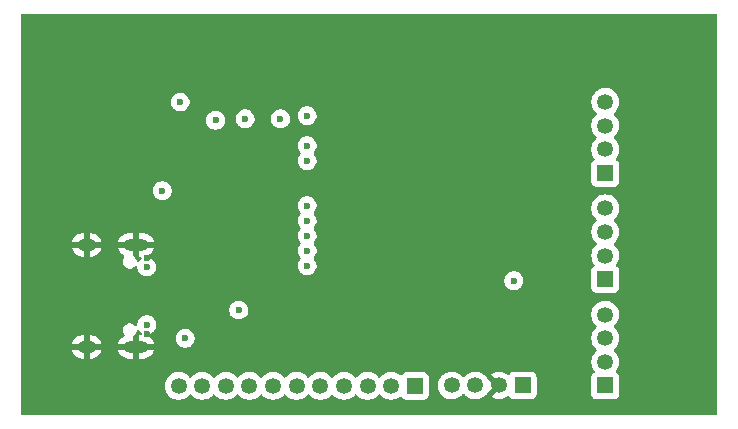
<source format=gbr>
%TF.GenerationSoftware,KiCad,Pcbnew,9.0.1*%
%TF.CreationDate,2025-07-10T19:48:23+10:00*%
%TF.ProjectId,esp-32-s3-wroom-1,6573702d-3332-42d7-9333-2d77726f6f6d,rev?*%
%TF.SameCoordinates,Original*%
%TF.FileFunction,Copper,L2,Inr*%
%TF.FilePolarity,Positive*%
%FSLAX46Y46*%
G04 Gerber Fmt 4.6, Leading zero omitted, Abs format (unit mm)*
G04 Created by KiCad (PCBNEW 9.0.1) date 2025-07-10 19:48:23*
%MOMM*%
%LPD*%
G01*
G04 APERTURE LIST*
%TA.AperFunction,HeatsinkPad*%
%ADD10O,1.600000X1.000000*%
%TD*%
%TA.AperFunction,HeatsinkPad*%
%ADD11O,2.100000X1.000000*%
%TD*%
%TA.AperFunction,HeatsinkPad*%
%ADD12C,0.600000*%
%TD*%
%TA.AperFunction,ComponentPad*%
%ADD13R,1.350000X1.350000*%
%TD*%
%TA.AperFunction,ComponentPad*%
%ADD14C,1.350000*%
%TD*%
%TA.AperFunction,ViaPad*%
%ADD15C,0.600000*%
%TD*%
G04 APERTURE END LIST*
D10*
%TO.N,GND*%
%TO.C,J1*%
X106082857Y-94236371D03*
D11*
X110262857Y-94236371D03*
D10*
X106082857Y-85596371D03*
D11*
X110262857Y-85596371D03*
%TD*%
D12*
%TO.N,GND*%
%TO.C,U1*%
X133400000Y-81810000D03*
X133400000Y-80410000D03*
X132700000Y-82510000D03*
X132700000Y-81110000D03*
X132700000Y-79710000D03*
X132000000Y-81810000D03*
X132000000Y-80410000D03*
X131300000Y-82510000D03*
X131300000Y-81110000D03*
X131300000Y-79710000D03*
X130600000Y-81810000D03*
X130600000Y-80410000D03*
%TD*%
D13*
%TO.N,+3.3V*%
%TO.C,J2*%
X143000000Y-97500000D03*
D14*
%TO.N,GND*%
X141000000Y-97500000D03*
%TO.N,/SCL*%
X139000000Y-97500000D03*
%TO.N,/SDA*%
X137000000Y-97500000D03*
%TD*%
D13*
%TO.N,/IO14*%
%TO.C,J7*%
X133870000Y-97540000D03*
D14*
%TO.N,/IO13*%
X131870000Y-97540000D03*
%TO.N,/IO12*%
X129870000Y-97540000D03*
%TO.N,/IO11*%
X127870000Y-97540000D03*
%TO.N,/IO10*%
X125870000Y-97540000D03*
%TO.N,/IO9*%
X123870000Y-97540000D03*
%TO.N,/IO46*%
X121870000Y-97540000D03*
%TO.N,/IO3*%
X119870000Y-97540000D03*
%TO.N,/IO8*%
X117870000Y-97540000D03*
%TO.N,/IO16*%
X115870000Y-97540000D03*
%TO.N,/IO15*%
X113870000Y-97540000D03*
%TD*%
D13*
%TO.N,/IO48*%
%TO.C,J3*%
X150000000Y-97500000D03*
D14*
%TO.N,/IO45*%
X150000000Y-95500000D03*
%TO.N,/IO35*%
X150000000Y-93500000D03*
%TO.N,/IO36*%
X150000000Y-91500000D03*
%TD*%
D13*
%TO.N,/IO37*%
%TO.C,J4*%
X150000000Y-88500000D03*
D14*
%TO.N,/IO38*%
X150000000Y-86500000D03*
%TO.N,/IO39*%
X150000000Y-84500000D03*
%TO.N,/IO40*%
X150000000Y-82500000D03*
%TD*%
D13*
%TO.N,/IO41*%
%TO.C,J5*%
X150000000Y-79500000D03*
D14*
%TO.N,/IO42*%
X150000000Y-77500000D03*
%TO.N,/IO5*%
X150000000Y-75500000D03*
%TO.N,/IO4*%
X150000000Y-73500000D03*
%TD*%
D15*
%TO.N,GND*%
X118537500Y-78000000D03*
X119660000Y-87620000D03*
X146500000Y-96575000D03*
%TO.N,/SCL*%
X124750000Y-84820000D03*
%TO.N,/SDA*%
X124750000Y-86090000D03*
%TO.N,+3.3V*%
X112500000Y-81000000D03*
%TO.N,GND*%
X116500000Y-93500000D03*
%TO.N,/VBUS*%
X118963976Y-91111906D03*
%TO.N,GND*%
X116637500Y-91000000D03*
%TO.N,/VBUS*%
X114425000Y-93500000D03*
%TO.N,GND*%
X111177857Y-93166371D03*
%TO.N,/VBUS*%
X111177857Y-92366371D03*
%TO.N,GND*%
X111177857Y-86666371D03*
%TO.N,/VBUS*%
X111177857Y-87466371D03*
%TO.N,GND*%
X122500000Y-72850500D03*
X119500000Y-72850500D03*
X117000000Y-72962500D03*
%TO.N,/IO35*%
X142250000Y-88630000D03*
%TO.N,/IO5*%
X124750000Y-78470000D03*
%TO.N,/IO4*%
X124750000Y-77200000D03*
%TO.N,/IO8*%
X124750000Y-87360000D03*
%TO.N,/IO15*%
X124750000Y-82280000D03*
%TO.N,/IO16*%
X124750000Y-83550000D03*
%TO.N,GND*%
X142250000Y-73390000D03*
X122500000Y-83037500D03*
X116500000Y-86000000D03*
X116500000Y-83037500D03*
X119500000Y-85075000D03*
X124750000Y-73390000D03*
%TO.N,+3.3V*%
X124750000Y-74660000D03*
X122500000Y-74925500D03*
X119500000Y-74925500D03*
X117000000Y-75037500D03*
%TO.N,GND*%
X114000000Y-75800000D03*
X108200000Y-76300000D03*
X107200000Y-76300000D03*
X108200000Y-75300000D03*
X107200000Y-75300000D03*
%TO.N,+3.3V*%
X114000000Y-73500000D03*
%TD*%
%TA.AperFunction,Conductor*%
%TO.N,GND*%
G36*
X110478061Y-92796068D02*
G01*
X110531939Y-92840553D01*
X110532351Y-92841166D01*
X110556067Y-92876659D01*
X110556070Y-92876663D01*
X110667564Y-92988157D01*
X110667568Y-92988160D01*
X110699159Y-93009269D01*
X110743964Y-93062882D01*
X110752671Y-93132207D01*
X110722516Y-93195234D01*
X110663073Y-93231953D01*
X110630268Y-93236371D01*
X110512857Y-93236371D01*
X110512857Y-93936371D01*
X110012857Y-93936371D01*
X110012857Y-93380834D01*
X110032542Y-93313795D01*
X110074857Y-93273447D01*
X110086222Y-93266886D01*
X110193372Y-93159736D01*
X110269138Y-93028506D01*
X110308357Y-92882137D01*
X110308357Y-92882132D01*
X110309474Y-92877964D01*
X110345838Y-92818304D01*
X110408685Y-92787774D01*
X110478061Y-92796068D01*
G37*
%TD.AperFunction*%
%TA.AperFunction,Conductor*%
G36*
X110512857Y-86596371D02*
G01*
X110630268Y-86596371D01*
X110697307Y-86616056D01*
X110743062Y-86668860D01*
X110753006Y-86738018D01*
X110723981Y-86801574D01*
X110699159Y-86823473D01*
X110667568Y-86844581D01*
X110667564Y-86844584D01*
X110556070Y-86956078D01*
X110556065Y-86956085D01*
X110532350Y-86991576D01*
X110478737Y-87036381D01*
X110409412Y-87045087D01*
X110346385Y-87014931D01*
X110309667Y-86955488D01*
X110309474Y-86954777D01*
X110308357Y-86950608D01*
X110308357Y-86950605D01*
X110269138Y-86804236D01*
X110193372Y-86673006D01*
X110086222Y-86565856D01*
X110074855Y-86559293D01*
X110026640Y-86508725D01*
X110012857Y-86451907D01*
X110012857Y-85896371D01*
X110512857Y-85896371D01*
X110512857Y-86596371D01*
G37*
%TD.AperFunction*%
%TA.AperFunction,Conductor*%
G36*
X159432539Y-66040185D02*
G01*
X159478294Y-66092989D01*
X159489500Y-66144500D01*
X159489500Y-99895500D01*
X159469815Y-99962539D01*
X159417011Y-100008294D01*
X159365500Y-100019500D01*
X100664500Y-100019500D01*
X100597461Y-99999815D01*
X100551706Y-99947011D01*
X100540500Y-99895500D01*
X100540500Y-97447486D01*
X112694500Y-97447486D01*
X112694500Y-97632514D01*
X112708374Y-97720110D01*
X112723445Y-97815265D01*
X112780619Y-97991232D01*
X112780620Y-97991235D01*
X112844241Y-98116096D01*
X112864622Y-98156096D01*
X112973379Y-98305787D01*
X113104213Y-98436621D01*
X113253904Y-98545378D01*
X113307224Y-98572546D01*
X113418764Y-98629379D01*
X113418767Y-98629380D01*
X113506750Y-98657967D01*
X113594736Y-98686555D01*
X113777486Y-98715500D01*
X113777487Y-98715500D01*
X113962513Y-98715500D01*
X113962514Y-98715500D01*
X114145264Y-98686555D01*
X114321235Y-98629379D01*
X114486096Y-98545378D01*
X114635787Y-98436621D01*
X114766621Y-98305787D01*
X114769680Y-98301576D01*
X114825006Y-98258909D01*
X114894619Y-98252926D01*
X114956415Y-98285529D01*
X114970315Y-98301570D01*
X114973379Y-98305787D01*
X115104213Y-98436621D01*
X115253904Y-98545378D01*
X115307224Y-98572546D01*
X115418764Y-98629379D01*
X115418767Y-98629380D01*
X115506750Y-98657967D01*
X115594736Y-98686555D01*
X115777486Y-98715500D01*
X115777487Y-98715500D01*
X115962513Y-98715500D01*
X115962514Y-98715500D01*
X116145264Y-98686555D01*
X116321235Y-98629379D01*
X116486096Y-98545378D01*
X116635787Y-98436621D01*
X116766621Y-98305787D01*
X116769680Y-98301576D01*
X116825006Y-98258909D01*
X116894619Y-98252926D01*
X116956415Y-98285529D01*
X116970315Y-98301570D01*
X116973379Y-98305787D01*
X117104213Y-98436621D01*
X117253904Y-98545378D01*
X117307224Y-98572546D01*
X117418764Y-98629379D01*
X117418767Y-98629380D01*
X117506750Y-98657967D01*
X117594736Y-98686555D01*
X117777486Y-98715500D01*
X117777487Y-98715500D01*
X117962513Y-98715500D01*
X117962514Y-98715500D01*
X118145264Y-98686555D01*
X118321235Y-98629379D01*
X118486096Y-98545378D01*
X118635787Y-98436621D01*
X118766621Y-98305787D01*
X118769680Y-98301576D01*
X118825006Y-98258909D01*
X118894619Y-98252926D01*
X118956415Y-98285529D01*
X118970315Y-98301570D01*
X118973379Y-98305787D01*
X119104213Y-98436621D01*
X119253904Y-98545378D01*
X119307224Y-98572546D01*
X119418764Y-98629379D01*
X119418767Y-98629380D01*
X119506750Y-98657967D01*
X119594736Y-98686555D01*
X119777486Y-98715500D01*
X119777487Y-98715500D01*
X119962513Y-98715500D01*
X119962514Y-98715500D01*
X120145264Y-98686555D01*
X120321235Y-98629379D01*
X120486096Y-98545378D01*
X120635787Y-98436621D01*
X120766621Y-98305787D01*
X120769680Y-98301576D01*
X120825006Y-98258909D01*
X120894619Y-98252926D01*
X120956415Y-98285529D01*
X120970315Y-98301570D01*
X120973379Y-98305787D01*
X121104213Y-98436621D01*
X121253904Y-98545378D01*
X121307224Y-98572546D01*
X121418764Y-98629379D01*
X121418767Y-98629380D01*
X121506750Y-98657967D01*
X121594736Y-98686555D01*
X121777486Y-98715500D01*
X121777487Y-98715500D01*
X121962513Y-98715500D01*
X121962514Y-98715500D01*
X122145264Y-98686555D01*
X122321235Y-98629379D01*
X122486096Y-98545378D01*
X122635787Y-98436621D01*
X122766621Y-98305787D01*
X122769680Y-98301576D01*
X122825006Y-98258909D01*
X122894619Y-98252926D01*
X122956415Y-98285529D01*
X122970315Y-98301570D01*
X122973379Y-98305787D01*
X123104213Y-98436621D01*
X123253904Y-98545378D01*
X123307224Y-98572546D01*
X123418764Y-98629379D01*
X123418767Y-98629380D01*
X123506750Y-98657967D01*
X123594736Y-98686555D01*
X123777486Y-98715500D01*
X123777487Y-98715500D01*
X123962513Y-98715500D01*
X123962514Y-98715500D01*
X124145264Y-98686555D01*
X124321235Y-98629379D01*
X124486096Y-98545378D01*
X124635787Y-98436621D01*
X124766621Y-98305787D01*
X124769680Y-98301576D01*
X124825006Y-98258909D01*
X124894619Y-98252926D01*
X124956415Y-98285529D01*
X124970315Y-98301570D01*
X124973379Y-98305787D01*
X125104213Y-98436621D01*
X125253904Y-98545378D01*
X125307224Y-98572546D01*
X125418764Y-98629379D01*
X125418767Y-98629380D01*
X125506750Y-98657967D01*
X125594736Y-98686555D01*
X125777486Y-98715500D01*
X125777487Y-98715500D01*
X125962513Y-98715500D01*
X125962514Y-98715500D01*
X126145264Y-98686555D01*
X126321235Y-98629379D01*
X126486096Y-98545378D01*
X126635787Y-98436621D01*
X126766621Y-98305787D01*
X126769680Y-98301576D01*
X126825006Y-98258909D01*
X126894619Y-98252926D01*
X126956415Y-98285529D01*
X126970315Y-98301570D01*
X126973379Y-98305787D01*
X127104213Y-98436621D01*
X127253904Y-98545378D01*
X127307224Y-98572546D01*
X127418764Y-98629379D01*
X127418767Y-98629380D01*
X127506750Y-98657967D01*
X127594736Y-98686555D01*
X127777486Y-98715500D01*
X127777487Y-98715500D01*
X127962513Y-98715500D01*
X127962514Y-98715500D01*
X128145264Y-98686555D01*
X128321235Y-98629379D01*
X128486096Y-98545378D01*
X128635787Y-98436621D01*
X128766621Y-98305787D01*
X128769680Y-98301576D01*
X128825006Y-98258909D01*
X128894619Y-98252926D01*
X128956415Y-98285529D01*
X128970315Y-98301570D01*
X128973379Y-98305787D01*
X129104213Y-98436621D01*
X129253904Y-98545378D01*
X129307224Y-98572546D01*
X129418764Y-98629379D01*
X129418767Y-98629380D01*
X129506750Y-98657967D01*
X129594736Y-98686555D01*
X129777486Y-98715500D01*
X129777487Y-98715500D01*
X129962513Y-98715500D01*
X129962514Y-98715500D01*
X130145264Y-98686555D01*
X130321235Y-98629379D01*
X130486096Y-98545378D01*
X130635787Y-98436621D01*
X130766621Y-98305787D01*
X130769680Y-98301576D01*
X130825006Y-98258909D01*
X130894619Y-98252926D01*
X130956415Y-98285529D01*
X130970315Y-98301570D01*
X130973379Y-98305787D01*
X131104213Y-98436621D01*
X131253904Y-98545378D01*
X131307224Y-98572546D01*
X131418764Y-98629379D01*
X131418767Y-98629380D01*
X131506750Y-98657967D01*
X131594736Y-98686555D01*
X131777486Y-98715500D01*
X131777487Y-98715500D01*
X131962513Y-98715500D01*
X131962514Y-98715500D01*
X132145264Y-98686555D01*
X132321235Y-98629379D01*
X132486096Y-98545378D01*
X132601608Y-98461453D01*
X132667412Y-98437974D01*
X132735466Y-98453799D01*
X132773758Y-98487460D01*
X132837455Y-98572547D01*
X132952664Y-98658793D01*
X132952671Y-98658797D01*
X133087517Y-98709091D01*
X133087516Y-98709091D01*
X133094444Y-98709835D01*
X133147127Y-98715500D01*
X134592872Y-98715499D01*
X134652483Y-98709091D01*
X134787331Y-98658796D01*
X134902546Y-98572546D01*
X134988796Y-98457331D01*
X135039091Y-98322483D01*
X135045500Y-98262873D01*
X135045499Y-97407486D01*
X135824500Y-97407486D01*
X135824500Y-97592514D01*
X135833671Y-97650418D01*
X135853445Y-97775265D01*
X135910619Y-97951232D01*
X135910620Y-97951235D01*
X135994622Y-98116096D01*
X136103379Y-98265787D01*
X136234213Y-98396621D01*
X136383904Y-98505378D01*
X136437224Y-98532546D01*
X136548764Y-98589379D01*
X136548767Y-98589380D01*
X136636750Y-98617967D01*
X136724736Y-98646555D01*
X136907486Y-98675500D01*
X136907487Y-98675500D01*
X137092513Y-98675500D01*
X137092514Y-98675500D01*
X137275264Y-98646555D01*
X137451235Y-98589379D01*
X137616096Y-98505378D01*
X137765787Y-98396621D01*
X137896621Y-98265787D01*
X137899680Y-98261576D01*
X137955006Y-98218909D01*
X138024619Y-98212926D01*
X138086415Y-98245529D01*
X138100315Y-98261570D01*
X138103379Y-98265787D01*
X138234213Y-98396621D01*
X138383904Y-98505378D01*
X138437224Y-98532546D01*
X138548764Y-98589379D01*
X138548767Y-98589380D01*
X138636750Y-98617967D01*
X138724736Y-98646555D01*
X138907486Y-98675500D01*
X138907487Y-98675500D01*
X139092513Y-98675500D01*
X139092514Y-98675500D01*
X139275264Y-98646555D01*
X139451235Y-98589379D01*
X139616096Y-98505378D01*
X139765787Y-98396621D01*
X139896621Y-98265787D01*
X139950836Y-98191166D01*
X139970257Y-98176189D01*
X140600000Y-97546446D01*
X140600000Y-97552661D01*
X140627259Y-97654394D01*
X140679920Y-97745606D01*
X140754394Y-97820080D01*
X140845606Y-97872741D01*
X140947339Y-97900000D01*
X140953552Y-97900000D01*
X140363568Y-98489983D01*
X140363568Y-98489984D01*
X140384165Y-98504949D01*
X140548956Y-98588915D01*
X140548959Y-98588916D01*
X140724852Y-98646066D01*
X140907527Y-98675000D01*
X141092473Y-98675000D01*
X141275147Y-98646066D01*
X141451040Y-98588916D01*
X141451043Y-98588915D01*
X141615838Y-98504947D01*
X141731306Y-98421054D01*
X141797112Y-98397573D01*
X141865166Y-98413398D01*
X141903458Y-98447059D01*
X141967455Y-98532547D01*
X142082664Y-98618793D01*
X142082671Y-98618797D01*
X142217517Y-98669091D01*
X142217516Y-98669091D01*
X142224444Y-98669835D01*
X142277127Y-98675500D01*
X143722872Y-98675499D01*
X143782483Y-98669091D01*
X143917331Y-98618796D01*
X144032546Y-98532546D01*
X144118796Y-98417331D01*
X144169091Y-98282483D01*
X144175500Y-98222873D01*
X144175499Y-96777128D01*
X144169091Y-96717517D01*
X144141439Y-96643379D01*
X144118797Y-96582671D01*
X144118793Y-96582664D01*
X144032547Y-96467455D01*
X144032544Y-96467452D01*
X143917335Y-96381206D01*
X143917328Y-96381202D01*
X143782482Y-96330908D01*
X143782483Y-96330908D01*
X143722883Y-96324501D01*
X143722881Y-96324500D01*
X143722873Y-96324500D01*
X143722864Y-96324500D01*
X142277129Y-96324500D01*
X142277123Y-96324501D01*
X142217516Y-96330908D01*
X142082671Y-96381202D01*
X142082664Y-96381206D01*
X141967455Y-96467452D01*
X141903459Y-96552939D01*
X141847525Y-96594809D01*
X141777833Y-96599793D01*
X141731308Y-96578946D01*
X141615833Y-96495049D01*
X141451043Y-96411084D01*
X141451040Y-96411083D01*
X141275147Y-96353933D01*
X141092473Y-96325000D01*
X140907527Y-96325000D01*
X140724852Y-96353933D01*
X140548959Y-96411083D01*
X140548956Y-96411084D01*
X140384167Y-96495049D01*
X140363568Y-96510015D01*
X140953553Y-97100000D01*
X140947339Y-97100000D01*
X140845606Y-97127259D01*
X140754394Y-97179920D01*
X140679920Y-97254394D01*
X140627259Y-97345606D01*
X140600000Y-97447339D01*
X140600000Y-97453552D01*
X139988310Y-96841862D01*
X139987844Y-96841491D01*
X139984541Y-96840536D01*
X139972885Y-96829573D01*
X139957773Y-96817532D01*
X139954109Y-96813338D01*
X139896621Y-96734213D01*
X139765787Y-96603379D01*
X139616096Y-96494622D01*
X139562778Y-96467455D01*
X139451235Y-96410620D01*
X139451232Y-96410619D01*
X139275265Y-96353445D01*
X139132972Y-96330908D01*
X139092514Y-96324500D01*
X138907486Y-96324500D01*
X138867028Y-96330908D01*
X138724734Y-96353445D01*
X138548767Y-96410619D01*
X138548764Y-96410620D01*
X138383903Y-96494622D01*
X138328846Y-96534624D01*
X138234213Y-96603379D01*
X138234211Y-96603381D01*
X138234210Y-96603381D01*
X138103381Y-96734210D01*
X138100314Y-96738432D01*
X138044981Y-96781094D01*
X137975367Y-96787069D01*
X137913574Y-96754459D01*
X137899686Y-96738432D01*
X137896621Y-96734213D01*
X137765787Y-96603379D01*
X137616096Y-96494622D01*
X137562778Y-96467455D01*
X137451235Y-96410620D01*
X137451232Y-96410619D01*
X137275265Y-96353445D01*
X137132972Y-96330908D01*
X137092514Y-96324500D01*
X136907486Y-96324500D01*
X136867028Y-96330908D01*
X136724734Y-96353445D01*
X136548767Y-96410619D01*
X136548764Y-96410620D01*
X136383903Y-96494622D01*
X136328846Y-96534624D01*
X136234213Y-96603379D01*
X136234211Y-96603381D01*
X136234210Y-96603381D01*
X136103381Y-96734210D01*
X136103381Y-96734211D01*
X136103379Y-96734213D01*
X136072199Y-96777129D01*
X135994622Y-96883903D01*
X135910620Y-97048764D01*
X135910619Y-97048767D01*
X135853445Y-97224734D01*
X135842021Y-97296865D01*
X135824500Y-97407486D01*
X135045499Y-97407486D01*
X135045499Y-96817128D01*
X135039091Y-96757517D01*
X135037950Y-96754459D01*
X134988797Y-96622671D01*
X134988793Y-96622664D01*
X134902547Y-96507455D01*
X134902544Y-96507452D01*
X134787335Y-96421206D01*
X134787328Y-96421202D01*
X134652482Y-96370908D01*
X134652483Y-96370908D01*
X134592883Y-96364501D01*
X134592881Y-96364500D01*
X134592873Y-96364500D01*
X134592864Y-96364500D01*
X133147129Y-96364500D01*
X133147123Y-96364501D01*
X133087516Y-96370908D01*
X132952671Y-96421202D01*
X132952664Y-96421206D01*
X132837455Y-96507452D01*
X132773758Y-96592539D01*
X132717823Y-96634410D01*
X132648132Y-96639393D01*
X132601607Y-96618545D01*
X132486099Y-96534624D01*
X132486098Y-96534623D01*
X132486096Y-96534622D01*
X132407592Y-96494622D01*
X132321235Y-96450620D01*
X132321232Y-96450619D01*
X132145265Y-96393445D01*
X132002972Y-96370908D01*
X131962514Y-96364500D01*
X131777486Y-96364500D01*
X131737028Y-96370908D01*
X131594734Y-96393445D01*
X131418767Y-96450619D01*
X131418764Y-96450620D01*
X131253903Y-96534622D01*
X131192897Y-96578946D01*
X131104213Y-96643379D01*
X131104211Y-96643381D01*
X131104210Y-96643381D01*
X130973381Y-96774210D01*
X130973379Y-96774213D01*
X130971261Y-96777129D01*
X130970314Y-96778432D01*
X130914981Y-96821094D01*
X130845367Y-96827069D01*
X130783574Y-96794459D01*
X130769686Y-96778432D01*
X130768744Y-96777135D01*
X130766621Y-96774213D01*
X130635787Y-96643379D01*
X130486096Y-96534622D01*
X130321235Y-96450620D01*
X130321232Y-96450619D01*
X130145265Y-96393445D01*
X130002972Y-96370908D01*
X129962514Y-96364500D01*
X129777486Y-96364500D01*
X129737028Y-96370908D01*
X129594734Y-96393445D01*
X129418767Y-96450619D01*
X129418764Y-96450620D01*
X129253903Y-96534622D01*
X129192897Y-96578946D01*
X129104213Y-96643379D01*
X129104211Y-96643381D01*
X129104210Y-96643381D01*
X128973381Y-96774210D01*
X128973379Y-96774213D01*
X128971261Y-96777129D01*
X128970314Y-96778432D01*
X128914981Y-96821094D01*
X128845367Y-96827069D01*
X128783574Y-96794459D01*
X128769686Y-96778432D01*
X128768744Y-96777135D01*
X128766621Y-96774213D01*
X128635787Y-96643379D01*
X128486096Y-96534622D01*
X128321235Y-96450620D01*
X128321232Y-96450619D01*
X128145265Y-96393445D01*
X128002972Y-96370908D01*
X127962514Y-96364500D01*
X127777486Y-96364500D01*
X127737028Y-96370908D01*
X127594734Y-96393445D01*
X127418767Y-96450619D01*
X127418764Y-96450620D01*
X127253903Y-96534622D01*
X127192897Y-96578946D01*
X127104213Y-96643379D01*
X127104211Y-96643381D01*
X127104210Y-96643381D01*
X126973381Y-96774210D01*
X126973379Y-96774213D01*
X126971261Y-96777129D01*
X126970314Y-96778432D01*
X126914981Y-96821094D01*
X126845367Y-96827069D01*
X126783574Y-96794459D01*
X126769686Y-96778432D01*
X126768744Y-96777135D01*
X126766621Y-96774213D01*
X126635787Y-96643379D01*
X126486096Y-96534622D01*
X126321235Y-96450620D01*
X126321232Y-96450619D01*
X126145265Y-96393445D01*
X126002972Y-96370908D01*
X125962514Y-96364500D01*
X125777486Y-96364500D01*
X125737028Y-96370908D01*
X125594734Y-96393445D01*
X125418767Y-96450619D01*
X125418764Y-96450620D01*
X125253903Y-96534622D01*
X125192897Y-96578946D01*
X125104213Y-96643379D01*
X125104211Y-96643381D01*
X125104210Y-96643381D01*
X124973381Y-96774210D01*
X124973379Y-96774213D01*
X124971261Y-96777129D01*
X124970314Y-96778432D01*
X124914981Y-96821094D01*
X124845367Y-96827069D01*
X124783574Y-96794459D01*
X124769686Y-96778432D01*
X124768744Y-96777135D01*
X124766621Y-96774213D01*
X124635787Y-96643379D01*
X124486096Y-96534622D01*
X124321235Y-96450620D01*
X124321232Y-96450619D01*
X124145265Y-96393445D01*
X124002972Y-96370908D01*
X123962514Y-96364500D01*
X123777486Y-96364500D01*
X123737028Y-96370908D01*
X123594734Y-96393445D01*
X123418767Y-96450619D01*
X123418764Y-96450620D01*
X123253903Y-96534622D01*
X123192897Y-96578946D01*
X123104213Y-96643379D01*
X123104211Y-96643381D01*
X123104210Y-96643381D01*
X122973381Y-96774210D01*
X122973379Y-96774213D01*
X122971261Y-96777129D01*
X122970314Y-96778432D01*
X122914981Y-96821094D01*
X122845367Y-96827069D01*
X122783574Y-96794459D01*
X122769686Y-96778432D01*
X122768744Y-96777135D01*
X122766621Y-96774213D01*
X122635787Y-96643379D01*
X122486096Y-96534622D01*
X122321235Y-96450620D01*
X122321232Y-96450619D01*
X122145265Y-96393445D01*
X122002972Y-96370908D01*
X121962514Y-96364500D01*
X121777486Y-96364500D01*
X121737028Y-96370908D01*
X121594734Y-96393445D01*
X121418767Y-96450619D01*
X121418764Y-96450620D01*
X121253903Y-96534622D01*
X121192897Y-96578946D01*
X121104213Y-96643379D01*
X121104211Y-96643381D01*
X121104210Y-96643381D01*
X120973381Y-96774210D01*
X120973379Y-96774213D01*
X120971261Y-96777129D01*
X120970314Y-96778432D01*
X120914981Y-96821094D01*
X120845367Y-96827069D01*
X120783574Y-96794459D01*
X120769686Y-96778432D01*
X120768744Y-96777135D01*
X120766621Y-96774213D01*
X120635787Y-96643379D01*
X120486096Y-96534622D01*
X120321235Y-96450620D01*
X120321232Y-96450619D01*
X120145265Y-96393445D01*
X120002972Y-96370908D01*
X119962514Y-96364500D01*
X119777486Y-96364500D01*
X119737028Y-96370908D01*
X119594734Y-96393445D01*
X119418767Y-96450619D01*
X119418764Y-96450620D01*
X119253903Y-96534622D01*
X119192897Y-96578946D01*
X119104213Y-96643379D01*
X119104211Y-96643381D01*
X119104210Y-96643381D01*
X118973381Y-96774210D01*
X118973379Y-96774213D01*
X118971261Y-96777129D01*
X118970314Y-96778432D01*
X118914981Y-96821094D01*
X118845367Y-96827069D01*
X118783574Y-96794459D01*
X118769686Y-96778432D01*
X118768744Y-96777135D01*
X118766621Y-96774213D01*
X118635787Y-96643379D01*
X118486096Y-96534622D01*
X118321235Y-96450620D01*
X118321232Y-96450619D01*
X118145265Y-96393445D01*
X118002972Y-96370908D01*
X117962514Y-96364500D01*
X117777486Y-96364500D01*
X117737028Y-96370908D01*
X117594734Y-96393445D01*
X117418767Y-96450619D01*
X117418764Y-96450620D01*
X117253903Y-96534622D01*
X117192897Y-96578946D01*
X117104213Y-96643379D01*
X117104211Y-96643381D01*
X117104210Y-96643381D01*
X116973381Y-96774210D01*
X116973379Y-96774213D01*
X116971261Y-96777129D01*
X116970314Y-96778432D01*
X116914981Y-96821094D01*
X116845367Y-96827069D01*
X116783574Y-96794459D01*
X116769686Y-96778432D01*
X116768744Y-96777135D01*
X116766621Y-96774213D01*
X116635787Y-96643379D01*
X116486096Y-96534622D01*
X116321235Y-96450620D01*
X116321232Y-96450619D01*
X116145265Y-96393445D01*
X116002972Y-96370908D01*
X115962514Y-96364500D01*
X115777486Y-96364500D01*
X115737028Y-96370908D01*
X115594734Y-96393445D01*
X115418767Y-96450619D01*
X115418764Y-96450620D01*
X115253903Y-96534622D01*
X115192897Y-96578946D01*
X115104213Y-96643379D01*
X115104211Y-96643381D01*
X115104210Y-96643381D01*
X114973381Y-96774210D01*
X114973379Y-96774213D01*
X114971261Y-96777129D01*
X114970314Y-96778432D01*
X114914981Y-96821094D01*
X114845367Y-96827069D01*
X114783574Y-96794459D01*
X114769686Y-96778432D01*
X114768744Y-96777135D01*
X114766621Y-96774213D01*
X114635787Y-96643379D01*
X114486096Y-96534622D01*
X114321235Y-96450620D01*
X114321232Y-96450619D01*
X114145265Y-96393445D01*
X114002972Y-96370908D01*
X113962514Y-96364500D01*
X113777486Y-96364500D01*
X113737028Y-96370908D01*
X113594734Y-96393445D01*
X113418767Y-96450619D01*
X113418764Y-96450620D01*
X113253903Y-96534622D01*
X113192897Y-96578946D01*
X113104213Y-96643379D01*
X113104211Y-96643381D01*
X113104210Y-96643381D01*
X112973381Y-96774210D01*
X112973381Y-96774211D01*
X112973379Y-96774213D01*
X112942199Y-96817129D01*
X112864622Y-96923903D01*
X112780620Y-97088764D01*
X112780619Y-97088767D01*
X112723445Y-97264734D01*
X112723445Y-97264736D01*
X112694500Y-97447486D01*
X100540500Y-97447486D01*
X100540500Y-93986371D01*
X104812995Y-93986371D01*
X105615869Y-93986371D01*
X105598652Y-93996311D01*
X105542797Y-94052166D01*
X105503301Y-94120575D01*
X105482857Y-94196875D01*
X105482857Y-94275867D01*
X105503301Y-94352167D01*
X105542797Y-94420576D01*
X105598652Y-94476431D01*
X105615869Y-94486371D01*
X104812995Y-94486371D01*
X104821287Y-94528061D01*
X104821287Y-94528063D01*
X104896664Y-94710042D01*
X104896671Y-94710055D01*
X105006105Y-94873833D01*
X105006108Y-94873837D01*
X105145390Y-95013119D01*
X105145394Y-95013122D01*
X105309172Y-95122556D01*
X105309185Y-95122563D01*
X105491163Y-95197940D01*
X105491175Y-95197943D01*
X105684361Y-95236370D01*
X105684365Y-95236371D01*
X105832857Y-95236371D01*
X105832857Y-94536371D01*
X106332857Y-94536371D01*
X106332857Y-95236371D01*
X106481349Y-95236371D01*
X106481352Y-95236370D01*
X106674538Y-95197943D01*
X106674550Y-95197940D01*
X106856528Y-95122563D01*
X106856541Y-95122556D01*
X107020319Y-95013122D01*
X107020323Y-95013119D01*
X107159605Y-94873837D01*
X107159608Y-94873833D01*
X107269042Y-94710055D01*
X107269049Y-94710042D01*
X107344426Y-94528063D01*
X107344426Y-94528061D01*
X107352719Y-94486371D01*
X106549845Y-94486371D01*
X106567062Y-94476431D01*
X106622917Y-94420576D01*
X106662413Y-94352167D01*
X106682857Y-94275867D01*
X106682857Y-94196875D01*
X106662413Y-94120575D01*
X106622917Y-94052166D01*
X106567062Y-93996311D01*
X106549845Y-93986371D01*
X107352719Y-93986371D01*
X108742995Y-93986371D01*
X109545869Y-93986371D01*
X109528652Y-93996311D01*
X109472797Y-94052166D01*
X109433301Y-94120575D01*
X109412857Y-94196875D01*
X109412857Y-94275867D01*
X109433301Y-94352167D01*
X109472797Y-94420576D01*
X109528652Y-94476431D01*
X109545869Y-94486371D01*
X108742995Y-94486371D01*
X108751287Y-94528061D01*
X108751287Y-94528063D01*
X108826664Y-94710042D01*
X108826671Y-94710055D01*
X108936105Y-94873833D01*
X108936108Y-94873837D01*
X109075390Y-95013119D01*
X109075394Y-95013122D01*
X109239172Y-95122556D01*
X109239185Y-95122563D01*
X109421163Y-95197940D01*
X109421175Y-95197943D01*
X109614361Y-95236370D01*
X109614365Y-95236371D01*
X110012857Y-95236371D01*
X110012857Y-94536371D01*
X110512857Y-94536371D01*
X110512857Y-95236371D01*
X110911349Y-95236371D01*
X110911352Y-95236370D01*
X111104538Y-95197943D01*
X111104550Y-95197940D01*
X111286528Y-95122563D01*
X111286541Y-95122556D01*
X111450319Y-95013122D01*
X111450323Y-95013119D01*
X111589605Y-94873837D01*
X111589608Y-94873833D01*
X111699042Y-94710055D01*
X111699049Y-94710042D01*
X111774426Y-94528063D01*
X111774426Y-94528061D01*
X111782719Y-94486371D01*
X110979845Y-94486371D01*
X110997062Y-94476431D01*
X111052917Y-94420576D01*
X111092413Y-94352167D01*
X111112857Y-94275867D01*
X111112857Y-94196875D01*
X111092413Y-94120575D01*
X111052917Y-94052166D01*
X110997062Y-93996311D01*
X110979845Y-93986371D01*
X111782719Y-93986371D01*
X111774426Y-93944680D01*
X111774426Y-93944678D01*
X111699049Y-93762699D01*
X111699042Y-93762686D01*
X111589608Y-93598908D01*
X111589605Y-93598904D01*
X111499507Y-93508806D01*
X111383601Y-93421153D01*
X113624500Y-93421153D01*
X113624500Y-93578846D01*
X113655261Y-93733489D01*
X113655264Y-93733501D01*
X113715602Y-93879172D01*
X113715609Y-93879185D01*
X113803210Y-94010288D01*
X113803213Y-94010292D01*
X113914707Y-94121786D01*
X113914711Y-94121789D01*
X114045814Y-94209390D01*
X114045827Y-94209397D01*
X114191498Y-94269735D01*
X114191503Y-94269737D01*
X114346153Y-94300499D01*
X114346156Y-94300500D01*
X114346158Y-94300500D01*
X114503844Y-94300500D01*
X114503845Y-94300499D01*
X114658497Y-94269737D01*
X114804179Y-94209394D01*
X114935289Y-94121789D01*
X115046789Y-94010289D01*
X115134394Y-93879179D01*
X115194737Y-93733497D01*
X115225500Y-93578842D01*
X115225500Y-93421158D01*
X115225500Y-93421155D01*
X115225499Y-93421153D01*
X115210709Y-93346798D01*
X115194737Y-93266503D01*
X115186961Y-93247729D01*
X115134397Y-93120827D01*
X115134390Y-93120814D01*
X115046789Y-92989711D01*
X115046786Y-92989707D01*
X114935292Y-92878213D01*
X114935288Y-92878210D01*
X114804185Y-92790609D01*
X114804172Y-92790602D01*
X114658501Y-92730264D01*
X114658489Y-92730261D01*
X114503845Y-92699500D01*
X114503842Y-92699500D01*
X114346158Y-92699500D01*
X114346155Y-92699500D01*
X114191510Y-92730261D01*
X114191498Y-92730264D01*
X114045827Y-92790602D01*
X114045814Y-92790609D01*
X113914711Y-92878210D01*
X113914707Y-92878213D01*
X113803213Y-92989707D01*
X113803210Y-92989711D01*
X113715609Y-93120814D01*
X113715602Y-93120827D01*
X113655264Y-93266498D01*
X113655261Y-93266510D01*
X113624500Y-93421153D01*
X111383601Y-93421153D01*
X111311288Y-93366467D01*
X111292559Y-93341192D01*
X111272387Y-93317054D01*
X111271920Y-93313337D01*
X111269691Y-93310329D01*
X111267600Y-93278940D01*
X111263680Y-93247729D01*
X111265295Y-93244351D01*
X111265047Y-93240614D01*
X111280262Y-93213070D01*
X111293835Y-93184701D01*
X111297019Y-93182733D01*
X111298831Y-93179455D01*
X111326521Y-93164510D01*
X111353278Y-93147982D01*
X111360155Y-93146357D01*
X111360317Y-93146270D01*
X111360473Y-93146281D01*
X111361892Y-93145947D01*
X111379606Y-93142423D01*
X111411354Y-93136108D01*
X111557036Y-93075765D01*
X111688146Y-92988160D01*
X111799646Y-92876660D01*
X111887251Y-92745550D01*
X111947594Y-92599868D01*
X111978357Y-92445213D01*
X111978357Y-92287529D01*
X111978357Y-92287526D01*
X111978356Y-92287524D01*
X111947595Y-92132881D01*
X111947594Y-92132874D01*
X111940644Y-92116096D01*
X111887254Y-91987198D01*
X111887247Y-91987185D01*
X111799646Y-91856082D01*
X111799643Y-91856078D01*
X111688149Y-91744584D01*
X111688145Y-91744581D01*
X111557042Y-91656980D01*
X111557029Y-91656973D01*
X111411358Y-91596635D01*
X111411346Y-91596632D01*
X111256702Y-91565871D01*
X111256699Y-91565871D01*
X111099015Y-91565871D01*
X111099012Y-91565871D01*
X110944367Y-91596632D01*
X110944355Y-91596635D01*
X110798684Y-91656973D01*
X110798671Y-91656980D01*
X110667568Y-91744581D01*
X110667564Y-91744584D01*
X110556070Y-91856078D01*
X110556067Y-91856082D01*
X110468466Y-91987185D01*
X110468459Y-91987198D01*
X110408121Y-92132869D01*
X110408118Y-92132881D01*
X110377357Y-92287524D01*
X110377357Y-92337629D01*
X110357672Y-92404668D01*
X110304868Y-92450423D01*
X110235710Y-92460367D01*
X110172154Y-92431342D01*
X110165676Y-92425310D01*
X110086224Y-92345858D01*
X110086222Y-92345856D01*
X110020607Y-92307973D01*
X109954993Y-92270090D01*
X109881807Y-92250480D01*
X109808623Y-92230871D01*
X109657091Y-92230871D01*
X109510720Y-92270090D01*
X109379492Y-92345856D01*
X109379489Y-92345858D01*
X109272344Y-92453003D01*
X109272342Y-92453006D01*
X109196576Y-92584234D01*
X109191446Y-92603381D01*
X109157357Y-92730605D01*
X109157357Y-92882137D01*
X109176966Y-92955321D01*
X109196576Y-93028507D01*
X109216423Y-93062882D01*
X109272342Y-93159736D01*
X109272344Y-93159738D01*
X109277289Y-93166182D01*
X109274469Y-93168345D01*
X109300159Y-93215391D01*
X109295175Y-93285083D01*
X109253303Y-93341016D01*
X109244236Y-93346787D01*
X109244244Y-93346798D01*
X109075393Y-93459619D01*
X108936108Y-93598904D01*
X108936105Y-93598908D01*
X108826671Y-93762686D01*
X108826664Y-93762699D01*
X108751287Y-93944678D01*
X108751287Y-93944680D01*
X108742995Y-93986371D01*
X107352719Y-93986371D01*
X107344426Y-93944680D01*
X107344426Y-93944678D01*
X107269049Y-93762699D01*
X107269042Y-93762686D01*
X107159608Y-93598908D01*
X107159605Y-93598904D01*
X107020323Y-93459622D01*
X107020319Y-93459619D01*
X106856541Y-93350185D01*
X106856528Y-93350178D01*
X106674550Y-93274801D01*
X106674538Y-93274798D01*
X106481352Y-93236371D01*
X106332857Y-93236371D01*
X106332857Y-93936371D01*
X105832857Y-93936371D01*
X105832857Y-93236371D01*
X105684361Y-93236371D01*
X105491175Y-93274798D01*
X105491163Y-93274801D01*
X105309185Y-93350178D01*
X105309172Y-93350185D01*
X105145394Y-93459619D01*
X105145390Y-93459622D01*
X105006108Y-93598904D01*
X105006105Y-93598908D01*
X104896671Y-93762686D01*
X104896664Y-93762699D01*
X104821287Y-93944678D01*
X104821287Y-93944680D01*
X104812995Y-93986371D01*
X100540500Y-93986371D01*
X100540500Y-91033059D01*
X118163476Y-91033059D01*
X118163476Y-91190752D01*
X118194237Y-91345395D01*
X118194240Y-91345407D01*
X118254578Y-91491078D01*
X118254585Y-91491091D01*
X118342186Y-91622194D01*
X118342189Y-91622198D01*
X118453683Y-91733692D01*
X118453687Y-91733695D01*
X118584790Y-91821296D01*
X118584803Y-91821303D01*
X118730474Y-91881641D01*
X118730479Y-91881643D01*
X118885129Y-91912405D01*
X118885132Y-91912406D01*
X118885134Y-91912406D01*
X119042820Y-91912406D01*
X119042821Y-91912405D01*
X119197473Y-91881643D01*
X119343155Y-91821300D01*
X119474265Y-91733695D01*
X119585765Y-91622195D01*
X119673370Y-91491085D01*
X119707998Y-91407486D01*
X148824500Y-91407486D01*
X148824500Y-91592514D01*
X148838972Y-91683889D01*
X148853445Y-91775265D01*
X148910619Y-91951232D01*
X148910620Y-91951235D01*
X148994622Y-92116096D01*
X149103379Y-92265787D01*
X149234213Y-92396621D01*
X149238421Y-92399678D01*
X149238432Y-92399686D01*
X149281094Y-92455019D01*
X149287069Y-92524633D01*
X149254459Y-92586426D01*
X149238432Y-92600314D01*
X149234210Y-92603381D01*
X149103381Y-92734210D01*
X149103381Y-92734211D01*
X149103379Y-92734213D01*
X149095138Y-92745556D01*
X148994622Y-92883903D01*
X148910620Y-93048764D01*
X148910619Y-93048767D01*
X148853445Y-93224734D01*
X148824500Y-93407486D01*
X148824500Y-93592513D01*
X148853445Y-93775265D01*
X148910619Y-93951232D01*
X148910620Y-93951235D01*
X148962048Y-94052166D01*
X148994622Y-94116096D01*
X149103379Y-94265787D01*
X149234213Y-94396621D01*
X149238421Y-94399678D01*
X149238432Y-94399686D01*
X149281094Y-94455019D01*
X149287069Y-94524633D01*
X149254459Y-94586426D01*
X149238432Y-94600314D01*
X149234210Y-94603381D01*
X149103381Y-94734210D01*
X149103381Y-94734211D01*
X149103379Y-94734213D01*
X149056672Y-94798499D01*
X148994622Y-94883903D01*
X148910620Y-95048764D01*
X148910619Y-95048767D01*
X148853445Y-95224734D01*
X148824500Y-95407486D01*
X148824500Y-95592513D01*
X148853445Y-95775265D01*
X148910619Y-95951232D01*
X148910620Y-95951235D01*
X148994624Y-96116099D01*
X149078545Y-96231607D01*
X149102025Y-96297413D01*
X149086200Y-96365467D01*
X149052539Y-96403758D01*
X148967452Y-96467455D01*
X148881206Y-96582664D01*
X148881202Y-96582671D01*
X148830908Y-96717517D01*
X148824813Y-96774213D01*
X148824501Y-96777123D01*
X148824500Y-96777135D01*
X148824500Y-98222870D01*
X148824501Y-98222876D01*
X148830908Y-98282483D01*
X148881202Y-98417328D01*
X148881206Y-98417335D01*
X148967452Y-98532544D01*
X148967455Y-98532547D01*
X149082664Y-98618793D01*
X149082671Y-98618797D01*
X149217517Y-98669091D01*
X149217516Y-98669091D01*
X149224444Y-98669835D01*
X149277127Y-98675500D01*
X150722872Y-98675499D01*
X150782483Y-98669091D01*
X150917331Y-98618796D01*
X151032546Y-98532546D01*
X151118796Y-98417331D01*
X151169091Y-98282483D01*
X151175500Y-98222873D01*
X151175499Y-96777128D01*
X151169091Y-96717517D01*
X151141439Y-96643379D01*
X151118797Y-96582671D01*
X151118793Y-96582664D01*
X151032547Y-96467455D01*
X150947460Y-96403758D01*
X150905590Y-96347824D01*
X150900606Y-96278132D01*
X150921454Y-96231607D01*
X151005378Y-96116096D01*
X151089379Y-95951235D01*
X151146555Y-95775264D01*
X151175500Y-95592514D01*
X151175500Y-95407486D01*
X151146555Y-95224736D01*
X151089379Y-95048765D01*
X151089379Y-95048764D01*
X151005377Y-94883903D01*
X150998061Y-94873833D01*
X150896621Y-94734213D01*
X150765787Y-94603379D01*
X150761576Y-94600319D01*
X150718909Y-94544994D01*
X150712926Y-94475381D01*
X150745529Y-94413585D01*
X150761570Y-94399684D01*
X150765787Y-94396621D01*
X150896621Y-94265787D01*
X151005378Y-94116096D01*
X151089379Y-93951235D01*
X151146555Y-93775264D01*
X151175500Y-93592514D01*
X151175500Y-93407486D01*
X151146555Y-93224736D01*
X151098152Y-93075765D01*
X151089380Y-93048767D01*
X151089379Y-93048764D01*
X151005377Y-92883903D01*
X151001243Y-92878213D01*
X150896621Y-92734213D01*
X150765787Y-92603379D01*
X150761576Y-92600319D01*
X150718909Y-92544994D01*
X150712926Y-92475381D01*
X150745529Y-92413585D01*
X150761570Y-92399684D01*
X150765787Y-92396621D01*
X150896621Y-92265787D01*
X151005378Y-92116096D01*
X151089379Y-91951235D01*
X151146555Y-91775264D01*
X151175500Y-91592514D01*
X151175500Y-91407486D01*
X151146555Y-91224736D01*
X151089379Y-91048765D01*
X151089379Y-91048764D01*
X151005377Y-90883903D01*
X150896621Y-90734213D01*
X150765787Y-90603379D01*
X150616096Y-90494622D01*
X150607258Y-90490119D01*
X150451235Y-90410620D01*
X150451232Y-90410619D01*
X150275265Y-90353445D01*
X150183889Y-90338972D01*
X150092514Y-90324500D01*
X149907486Y-90324500D01*
X149846569Y-90334148D01*
X149724734Y-90353445D01*
X149548767Y-90410619D01*
X149548764Y-90410620D01*
X149383903Y-90494622D01*
X149298499Y-90556672D01*
X149234213Y-90603379D01*
X149234211Y-90603381D01*
X149234210Y-90603381D01*
X149103381Y-90734210D01*
X149103381Y-90734211D01*
X149103379Y-90734213D01*
X149056672Y-90798499D01*
X148994622Y-90883903D01*
X148910620Y-91048764D01*
X148910619Y-91048767D01*
X148853445Y-91224734D01*
X148853445Y-91224736D01*
X148824500Y-91407486D01*
X119707998Y-91407486D01*
X119733713Y-91345403D01*
X119764476Y-91190748D01*
X119764476Y-91033064D01*
X119764476Y-91033061D01*
X119764475Y-91033059D01*
X119734806Y-90883904D01*
X119733713Y-90878409D01*
X119673985Y-90734211D01*
X119673373Y-90732733D01*
X119673366Y-90732720D01*
X119585765Y-90601617D01*
X119585762Y-90601613D01*
X119474268Y-90490119D01*
X119474264Y-90490116D01*
X119343161Y-90402515D01*
X119343148Y-90402508D01*
X119197477Y-90342170D01*
X119197465Y-90342167D01*
X119042821Y-90311406D01*
X119042818Y-90311406D01*
X118885134Y-90311406D01*
X118885131Y-90311406D01*
X118730486Y-90342167D01*
X118730474Y-90342170D01*
X118584803Y-90402508D01*
X118584790Y-90402515D01*
X118453687Y-90490116D01*
X118453683Y-90490119D01*
X118342189Y-90601613D01*
X118342186Y-90601617D01*
X118254585Y-90732720D01*
X118254578Y-90732733D01*
X118194240Y-90878404D01*
X118194237Y-90878416D01*
X118163476Y-91033059D01*
X100540500Y-91033059D01*
X100540500Y-88551153D01*
X141449500Y-88551153D01*
X141449500Y-88708846D01*
X141480261Y-88863489D01*
X141480264Y-88863501D01*
X141540602Y-89009172D01*
X141540609Y-89009185D01*
X141628210Y-89140288D01*
X141628213Y-89140292D01*
X141739707Y-89251786D01*
X141739711Y-89251789D01*
X141870814Y-89339390D01*
X141870827Y-89339397D01*
X142016498Y-89399735D01*
X142016503Y-89399737D01*
X142104974Y-89417335D01*
X142171153Y-89430499D01*
X142171156Y-89430500D01*
X142171158Y-89430500D01*
X142328844Y-89430500D01*
X142328845Y-89430499D01*
X142483497Y-89399737D01*
X142629179Y-89339394D01*
X142760289Y-89251789D01*
X142871789Y-89140289D01*
X142959394Y-89009179D01*
X143019737Y-88863497D01*
X143050500Y-88708842D01*
X143050500Y-88551158D01*
X143050500Y-88551155D01*
X143050499Y-88551153D01*
X143019738Y-88396510D01*
X143019737Y-88396503D01*
X143019735Y-88396498D01*
X142959397Y-88250827D01*
X142959390Y-88250814D01*
X142871789Y-88119711D01*
X142871786Y-88119707D01*
X142760292Y-88008213D01*
X142760288Y-88008210D01*
X142629185Y-87920609D01*
X142629172Y-87920602D01*
X142483501Y-87860264D01*
X142483489Y-87860261D01*
X142328845Y-87829500D01*
X142328842Y-87829500D01*
X142171158Y-87829500D01*
X142171155Y-87829500D01*
X142016510Y-87860261D01*
X142016498Y-87860264D01*
X141870827Y-87920602D01*
X141870814Y-87920609D01*
X141739711Y-88008210D01*
X141739707Y-88008213D01*
X141628213Y-88119707D01*
X141628210Y-88119711D01*
X141540609Y-88250814D01*
X141540602Y-88250827D01*
X141480264Y-88396498D01*
X141480261Y-88396510D01*
X141449500Y-88551153D01*
X100540500Y-88551153D01*
X100540500Y-85346371D01*
X104812995Y-85346371D01*
X105615869Y-85346371D01*
X105598652Y-85356311D01*
X105542797Y-85412166D01*
X105503301Y-85480575D01*
X105482857Y-85556875D01*
X105482857Y-85635867D01*
X105503301Y-85712167D01*
X105542797Y-85780576D01*
X105598652Y-85836431D01*
X105615869Y-85846371D01*
X104812995Y-85846371D01*
X104821287Y-85888062D01*
X104896664Y-86070042D01*
X104896671Y-86070055D01*
X105006105Y-86233833D01*
X105006108Y-86233837D01*
X105145390Y-86373119D01*
X105145394Y-86373122D01*
X105309172Y-86482556D01*
X105309185Y-86482563D01*
X105491163Y-86557940D01*
X105491175Y-86557943D01*
X105684361Y-86596370D01*
X105684365Y-86596371D01*
X105832857Y-86596371D01*
X105832857Y-85896371D01*
X106332857Y-85896371D01*
X106332857Y-86596371D01*
X106481349Y-86596371D01*
X106481352Y-86596370D01*
X106674538Y-86557943D01*
X106674550Y-86557940D01*
X106856528Y-86482563D01*
X106856541Y-86482556D01*
X107020319Y-86373122D01*
X107020323Y-86373119D01*
X107159605Y-86233837D01*
X107159608Y-86233833D01*
X107269042Y-86070055D01*
X107269049Y-86070042D01*
X107344426Y-85888062D01*
X107352719Y-85846371D01*
X106549845Y-85846371D01*
X106567062Y-85836431D01*
X106622917Y-85780576D01*
X106662413Y-85712167D01*
X106682857Y-85635867D01*
X106682857Y-85556875D01*
X106662413Y-85480575D01*
X106622917Y-85412166D01*
X106567062Y-85356311D01*
X106549845Y-85346371D01*
X107352719Y-85346371D01*
X108742995Y-85346371D01*
X109545869Y-85346371D01*
X109528652Y-85356311D01*
X109472797Y-85412166D01*
X109433301Y-85480575D01*
X109412857Y-85556875D01*
X109412857Y-85635867D01*
X109433301Y-85712167D01*
X109472797Y-85780576D01*
X109528652Y-85836431D01*
X109545869Y-85846371D01*
X108742995Y-85846371D01*
X108751287Y-85888062D01*
X108826664Y-86070042D01*
X108826671Y-86070055D01*
X108936105Y-86233833D01*
X108936108Y-86233837D01*
X109075390Y-86373119D01*
X109075394Y-86373122D01*
X109244244Y-86485945D01*
X109243287Y-86487376D01*
X109287282Y-86530582D01*
X109302752Y-86598717D01*
X109278929Y-86664400D01*
X109277166Y-86666465D01*
X109277289Y-86666560D01*
X109272342Y-86673006D01*
X109196576Y-86804234D01*
X109185765Y-86844582D01*
X109157357Y-86950605D01*
X109157357Y-87102137D01*
X109163886Y-87126503D01*
X109196576Y-87248507D01*
X109234459Y-87314121D01*
X109272342Y-87379736D01*
X109379492Y-87486886D01*
X109510722Y-87562652D01*
X109657091Y-87601871D01*
X109657093Y-87601871D01*
X109808621Y-87601871D01*
X109808623Y-87601871D01*
X109954992Y-87562652D01*
X110086222Y-87486886D01*
X110165676Y-87407432D01*
X110226999Y-87373947D01*
X110296691Y-87378931D01*
X110352624Y-87420803D01*
X110377041Y-87486267D01*
X110377357Y-87495113D01*
X110377357Y-87545217D01*
X110408118Y-87699860D01*
X110408121Y-87699872D01*
X110468459Y-87845543D01*
X110468466Y-87845556D01*
X110556067Y-87976659D01*
X110556070Y-87976663D01*
X110667564Y-88088157D01*
X110667568Y-88088160D01*
X110798671Y-88175761D01*
X110798684Y-88175768D01*
X110944355Y-88236106D01*
X110944360Y-88236108D01*
X111099010Y-88266870D01*
X111099013Y-88266871D01*
X111099015Y-88266871D01*
X111256701Y-88266871D01*
X111256702Y-88266870D01*
X111411354Y-88236108D01*
X111557036Y-88175765D01*
X111688146Y-88088160D01*
X111799646Y-87976660D01*
X111887251Y-87845550D01*
X111947594Y-87699868D01*
X111978357Y-87545213D01*
X111978357Y-87387529D01*
X111978357Y-87387526D01*
X111978356Y-87387524D01*
X111969743Y-87344224D01*
X111947594Y-87232874D01*
X111899225Y-87116099D01*
X111887254Y-87087198D01*
X111887247Y-87087185D01*
X111799646Y-86956082D01*
X111799643Y-86956078D01*
X111688149Y-86844584D01*
X111688145Y-86844581D01*
X111557042Y-86756980D01*
X111557029Y-86756973D01*
X111411358Y-86696635D01*
X111411349Y-86696632D01*
X111361890Y-86686794D01*
X111299979Y-86654408D01*
X111265406Y-86593692D01*
X111269147Y-86523922D01*
X111310014Y-86467251D01*
X111317193Y-86462075D01*
X111450315Y-86373125D01*
X111450323Y-86373119D01*
X111589605Y-86233837D01*
X111589608Y-86233833D01*
X111699042Y-86070055D01*
X111699049Y-86070042D01*
X111774426Y-85888062D01*
X111782719Y-85846371D01*
X110979845Y-85846371D01*
X110997062Y-85836431D01*
X111052917Y-85780576D01*
X111092413Y-85712167D01*
X111112857Y-85635867D01*
X111112857Y-85556875D01*
X111092413Y-85480575D01*
X111052917Y-85412166D01*
X110997062Y-85356311D01*
X110979845Y-85346371D01*
X111782719Y-85346371D01*
X111774426Y-85304680D01*
X111774426Y-85304678D01*
X111699049Y-85122699D01*
X111699042Y-85122686D01*
X111589608Y-84958908D01*
X111589605Y-84958904D01*
X111450323Y-84819622D01*
X111450319Y-84819619D01*
X111286541Y-84710185D01*
X111286528Y-84710178D01*
X111104550Y-84634801D01*
X111104538Y-84634798D01*
X110911352Y-84596371D01*
X110512857Y-84596371D01*
X110512857Y-85296371D01*
X110012857Y-85296371D01*
X110012857Y-84596371D01*
X109614361Y-84596371D01*
X109421175Y-84634798D01*
X109421163Y-84634801D01*
X109239185Y-84710178D01*
X109239172Y-84710185D01*
X109075394Y-84819619D01*
X109075390Y-84819622D01*
X108936108Y-84958904D01*
X108936105Y-84958908D01*
X108826671Y-85122686D01*
X108826664Y-85122699D01*
X108751287Y-85304678D01*
X108751287Y-85304680D01*
X108742995Y-85346371D01*
X107352719Y-85346371D01*
X107344426Y-85304680D01*
X107344426Y-85304678D01*
X107269049Y-85122699D01*
X107269042Y-85122686D01*
X107159608Y-84958908D01*
X107159605Y-84958904D01*
X107020323Y-84819622D01*
X107020319Y-84819619D01*
X106856541Y-84710185D01*
X106856528Y-84710178D01*
X106674550Y-84634801D01*
X106674538Y-84634798D01*
X106481352Y-84596371D01*
X106332857Y-84596371D01*
X106332857Y-85296371D01*
X105832857Y-85296371D01*
X105832857Y-84596371D01*
X105684361Y-84596371D01*
X105491175Y-84634798D01*
X105491163Y-84634801D01*
X105309185Y-84710178D01*
X105309172Y-84710185D01*
X105145394Y-84819619D01*
X105145390Y-84819622D01*
X105006108Y-84958904D01*
X105006105Y-84958908D01*
X104896671Y-85122686D01*
X104896664Y-85122699D01*
X104821287Y-85304678D01*
X104821287Y-85304680D01*
X104812995Y-85346371D01*
X100540500Y-85346371D01*
X100540500Y-82201153D01*
X123949500Y-82201153D01*
X123949500Y-82358846D01*
X123980261Y-82513489D01*
X123980264Y-82513501D01*
X124040602Y-82659172D01*
X124040609Y-82659185D01*
X124128210Y-82790288D01*
X124128213Y-82790292D01*
X124165240Y-82827319D01*
X124198725Y-82888642D01*
X124193741Y-82958334D01*
X124165240Y-83002681D01*
X124128213Y-83039707D01*
X124128210Y-83039711D01*
X124040609Y-83170814D01*
X124040602Y-83170827D01*
X123980264Y-83316498D01*
X123980261Y-83316510D01*
X123949500Y-83471153D01*
X123949500Y-83628846D01*
X123980261Y-83783489D01*
X123980264Y-83783501D01*
X124040602Y-83929172D01*
X124040609Y-83929185D01*
X124128210Y-84060288D01*
X124128213Y-84060292D01*
X124165240Y-84097319D01*
X124198725Y-84158642D01*
X124193741Y-84228334D01*
X124165240Y-84272681D01*
X124128213Y-84309707D01*
X124128210Y-84309711D01*
X124040609Y-84440814D01*
X124040602Y-84440827D01*
X123980264Y-84586498D01*
X123980261Y-84586510D01*
X123949500Y-84741153D01*
X123949500Y-84898846D01*
X123980261Y-85053489D01*
X123980264Y-85053501D01*
X124040602Y-85199172D01*
X124040609Y-85199185D01*
X124128210Y-85330288D01*
X124128213Y-85330292D01*
X124165240Y-85367319D01*
X124198725Y-85428642D01*
X124193741Y-85498334D01*
X124165240Y-85542681D01*
X124128213Y-85579707D01*
X124128210Y-85579711D01*
X124040609Y-85710814D01*
X124040602Y-85710827D01*
X123980264Y-85856498D01*
X123980261Y-85856510D01*
X123949500Y-86011153D01*
X123949500Y-86168846D01*
X123980261Y-86323489D01*
X123980264Y-86323501D01*
X124040602Y-86469172D01*
X124040609Y-86469185D01*
X124128210Y-86600288D01*
X124128213Y-86600292D01*
X124165240Y-86637319D01*
X124198725Y-86698642D01*
X124193741Y-86768334D01*
X124165240Y-86812681D01*
X124128213Y-86849707D01*
X124128210Y-86849711D01*
X124040609Y-86980814D01*
X124040602Y-86980827D01*
X123980264Y-87126498D01*
X123980261Y-87126510D01*
X123949500Y-87281153D01*
X123949500Y-87438846D01*
X123980261Y-87593489D01*
X123980264Y-87593501D01*
X124040602Y-87739172D01*
X124040609Y-87739185D01*
X124128210Y-87870288D01*
X124128213Y-87870292D01*
X124239707Y-87981786D01*
X124239711Y-87981789D01*
X124370814Y-88069390D01*
X124370827Y-88069397D01*
X124416126Y-88088160D01*
X124516503Y-88129737D01*
X124671153Y-88160499D01*
X124671156Y-88160500D01*
X124671158Y-88160500D01*
X124828844Y-88160500D01*
X124828845Y-88160499D01*
X124983497Y-88129737D01*
X125129179Y-88069394D01*
X125260289Y-87981789D01*
X125371789Y-87870289D01*
X125459394Y-87739179D01*
X125519737Y-87593497D01*
X125550500Y-87438842D01*
X125550500Y-87281158D01*
X125550500Y-87281155D01*
X125550499Y-87281153D01*
X125540895Y-87232869D01*
X125519737Y-87126503D01*
X125509644Y-87102136D01*
X125459397Y-86980827D01*
X125459390Y-86980814D01*
X125371789Y-86849711D01*
X125371786Y-86849707D01*
X125334760Y-86812681D01*
X125301275Y-86751358D01*
X125306259Y-86681666D01*
X125334760Y-86637319D01*
X125371786Y-86600292D01*
X125371789Y-86600289D01*
X125459394Y-86469179D01*
X125519737Y-86323497D01*
X125550500Y-86168842D01*
X125550500Y-86011158D01*
X125550500Y-86011155D01*
X125550499Y-86011153D01*
X125527667Y-85896371D01*
X125519737Y-85856503D01*
X125511423Y-85836431D01*
X125459397Y-85710827D01*
X125459390Y-85710814D01*
X125371789Y-85579711D01*
X125371786Y-85579707D01*
X125334760Y-85542681D01*
X125301275Y-85481358D01*
X125306259Y-85411666D01*
X125334760Y-85367319D01*
X125371786Y-85330292D01*
X125371789Y-85330289D01*
X125459394Y-85199179D01*
X125519737Y-85053497D01*
X125550500Y-84898842D01*
X125550500Y-84741158D01*
X125550500Y-84741155D01*
X125550499Y-84741153D01*
X125529344Y-84634801D01*
X125519737Y-84586503D01*
X125519735Y-84586498D01*
X125459397Y-84440827D01*
X125459390Y-84440814D01*
X125371789Y-84309711D01*
X125371786Y-84309707D01*
X125334760Y-84272681D01*
X125301275Y-84211358D01*
X125306259Y-84141666D01*
X125334760Y-84097319D01*
X125371786Y-84060292D01*
X125371789Y-84060289D01*
X125459394Y-83929179D01*
X125519737Y-83783497D01*
X125550500Y-83628842D01*
X125550500Y-83471158D01*
X125550500Y-83471155D01*
X125550499Y-83471153D01*
X125536283Y-83399686D01*
X125519737Y-83316503D01*
X125498731Y-83265789D01*
X125459397Y-83170827D01*
X125459390Y-83170814D01*
X125371789Y-83039711D01*
X125371786Y-83039707D01*
X125334760Y-83002681D01*
X125301275Y-82941358D01*
X125306259Y-82871666D01*
X125334760Y-82827319D01*
X125371786Y-82790292D01*
X125371789Y-82790289D01*
X125459394Y-82659179D01*
X125519737Y-82513497D01*
X125540824Y-82407486D01*
X148824500Y-82407486D01*
X148824500Y-82592513D01*
X148853445Y-82775265D01*
X148910619Y-82951232D01*
X148910620Y-82951235D01*
X148994622Y-83116096D01*
X149103379Y-83265787D01*
X149234213Y-83396621D01*
X149238421Y-83399678D01*
X149238432Y-83399686D01*
X149281094Y-83455019D01*
X149287069Y-83524633D01*
X149254459Y-83586426D01*
X149238432Y-83600314D01*
X149234210Y-83603381D01*
X149103381Y-83734210D01*
X149103381Y-83734211D01*
X149103379Y-83734213D01*
X149067578Y-83783489D01*
X148994622Y-83883903D01*
X148910620Y-84048764D01*
X148910619Y-84048767D01*
X148853445Y-84224734D01*
X148824500Y-84407486D01*
X148824500Y-84592513D01*
X148853445Y-84775265D01*
X148910619Y-84951232D01*
X148910620Y-84951235D01*
X148962722Y-85053489D01*
X148994622Y-85116096D01*
X149103379Y-85265787D01*
X149234213Y-85396621D01*
X149238421Y-85399678D01*
X149238432Y-85399686D01*
X149281094Y-85455019D01*
X149287069Y-85524633D01*
X149254459Y-85586426D01*
X149238432Y-85600314D01*
X149234210Y-85603381D01*
X149103381Y-85734210D01*
X149103381Y-85734211D01*
X149103379Y-85734213D01*
X149069694Y-85780576D01*
X148994622Y-85883903D01*
X148910620Y-86048764D01*
X148910619Y-86048767D01*
X148853445Y-86224734D01*
X148837804Y-86323489D01*
X148824500Y-86407486D01*
X148824500Y-86592514D01*
X148834303Y-86654408D01*
X148853445Y-86775265D01*
X148910619Y-86951232D01*
X148910620Y-86951235D01*
X148994624Y-87116099D01*
X149078545Y-87231607D01*
X149102025Y-87297413D01*
X149086200Y-87365467D01*
X149052539Y-87403758D01*
X148967452Y-87467455D01*
X148881206Y-87582664D01*
X148881202Y-87582671D01*
X148830908Y-87717517D01*
X148828579Y-87739185D01*
X148824501Y-87777123D01*
X148824500Y-87777135D01*
X148824500Y-89222870D01*
X148824501Y-89222876D01*
X148830908Y-89282483D01*
X148881202Y-89417328D01*
X148881206Y-89417335D01*
X148967452Y-89532544D01*
X148967455Y-89532547D01*
X149082664Y-89618793D01*
X149082671Y-89618797D01*
X149217517Y-89669091D01*
X149217516Y-89669091D01*
X149224444Y-89669835D01*
X149277127Y-89675500D01*
X150722872Y-89675499D01*
X150782483Y-89669091D01*
X150917331Y-89618796D01*
X151032546Y-89532546D01*
X151118796Y-89417331D01*
X151169091Y-89282483D01*
X151175500Y-89222873D01*
X151175499Y-87777128D01*
X151169091Y-87717517D01*
X151162508Y-87699868D01*
X151118797Y-87582671D01*
X151118793Y-87582664D01*
X151032547Y-87467455D01*
X150947460Y-87403758D01*
X150905590Y-87347824D01*
X150900606Y-87278132D01*
X150921454Y-87231607D01*
X151005378Y-87116096D01*
X151089379Y-86951235D01*
X151146555Y-86775264D01*
X151175500Y-86592514D01*
X151175500Y-86407486D01*
X151146555Y-86224736D01*
X151117967Y-86136750D01*
X151089380Y-86048767D01*
X151089379Y-86048764D01*
X151011730Y-85896371D01*
X151005378Y-85883904D01*
X150896621Y-85734213D01*
X150765787Y-85603379D01*
X150761576Y-85600319D01*
X150718909Y-85544994D01*
X150712926Y-85475381D01*
X150745529Y-85413585D01*
X150761570Y-85399684D01*
X150765787Y-85396621D01*
X150896621Y-85265787D01*
X151005378Y-85116096D01*
X151089379Y-84951235D01*
X151146555Y-84775264D01*
X151175500Y-84592514D01*
X151175500Y-84407486D01*
X151146555Y-84224736D01*
X151105155Y-84097319D01*
X151089380Y-84048767D01*
X151089379Y-84048764D01*
X151005377Y-83883903D01*
X150896621Y-83734213D01*
X150765787Y-83603379D01*
X150761576Y-83600319D01*
X150718909Y-83544994D01*
X150712926Y-83475381D01*
X150745529Y-83413585D01*
X150761570Y-83399684D01*
X150765787Y-83396621D01*
X150896621Y-83265787D01*
X151005378Y-83116096D01*
X151089379Y-82951235D01*
X151146555Y-82775264D01*
X151175500Y-82592514D01*
X151175500Y-82407486D01*
X151146555Y-82224736D01*
X151089379Y-82048765D01*
X151089379Y-82048764D01*
X151046577Y-81964763D01*
X151005378Y-81883904D01*
X150896621Y-81734213D01*
X150765787Y-81603379D01*
X150616096Y-81494622D01*
X150451235Y-81410620D01*
X150451232Y-81410619D01*
X150275265Y-81353445D01*
X150183889Y-81338972D01*
X150092514Y-81324500D01*
X149907486Y-81324500D01*
X149846569Y-81334148D01*
X149724734Y-81353445D01*
X149548767Y-81410619D01*
X149548764Y-81410620D01*
X149383903Y-81494622D01*
X149298499Y-81556672D01*
X149234213Y-81603379D01*
X149234211Y-81603381D01*
X149234210Y-81603381D01*
X149103381Y-81734210D01*
X149103381Y-81734211D01*
X149103379Y-81734213D01*
X149077569Y-81769738D01*
X148994622Y-81883903D01*
X148910620Y-82048764D01*
X148910619Y-82048767D01*
X148853445Y-82224734D01*
X148824500Y-82407486D01*
X125540824Y-82407486D01*
X125550500Y-82358842D01*
X125550500Y-82201158D01*
X125550500Y-82201155D01*
X125550499Y-82201153D01*
X125520187Y-82048765D01*
X125519737Y-82046503D01*
X125519735Y-82046498D01*
X125459397Y-81900827D01*
X125459390Y-81900814D01*
X125371789Y-81769711D01*
X125371786Y-81769707D01*
X125260292Y-81658213D01*
X125260288Y-81658210D01*
X125129185Y-81570609D01*
X125129172Y-81570602D01*
X124983501Y-81510264D01*
X124983489Y-81510261D01*
X124828845Y-81479500D01*
X124828842Y-81479500D01*
X124671158Y-81479500D01*
X124671155Y-81479500D01*
X124516510Y-81510261D01*
X124516498Y-81510264D01*
X124370827Y-81570602D01*
X124370814Y-81570609D01*
X124239711Y-81658210D01*
X124239707Y-81658213D01*
X124128213Y-81769707D01*
X124128210Y-81769711D01*
X124040609Y-81900814D01*
X124040602Y-81900827D01*
X123980264Y-82046498D01*
X123980261Y-82046510D01*
X123949500Y-82201153D01*
X100540500Y-82201153D01*
X100540500Y-80921153D01*
X111699500Y-80921153D01*
X111699500Y-81078846D01*
X111730261Y-81233489D01*
X111730264Y-81233501D01*
X111790602Y-81379172D01*
X111790609Y-81379185D01*
X111878210Y-81510288D01*
X111878213Y-81510292D01*
X111989707Y-81621786D01*
X111989711Y-81621789D01*
X112120814Y-81709390D01*
X112120827Y-81709397D01*
X112266440Y-81769711D01*
X112266503Y-81769737D01*
X112421153Y-81800499D01*
X112421156Y-81800500D01*
X112421158Y-81800500D01*
X112578844Y-81800500D01*
X112578845Y-81800499D01*
X112733497Y-81769737D01*
X112879179Y-81709394D01*
X113010289Y-81621789D01*
X113121789Y-81510289D01*
X113209394Y-81379179D01*
X113269737Y-81233497D01*
X113300500Y-81078842D01*
X113300500Y-80921158D01*
X113300500Y-80921155D01*
X113300499Y-80921153D01*
X113269738Y-80766510D01*
X113269737Y-80766503D01*
X113232043Y-80675500D01*
X113209397Y-80620827D01*
X113209390Y-80620814D01*
X113121789Y-80489711D01*
X113121786Y-80489707D01*
X113010292Y-80378213D01*
X113010288Y-80378210D01*
X112879185Y-80290609D01*
X112879172Y-80290602D01*
X112733501Y-80230264D01*
X112733489Y-80230261D01*
X112578845Y-80199500D01*
X112578842Y-80199500D01*
X112421158Y-80199500D01*
X112421155Y-80199500D01*
X112266510Y-80230261D01*
X112266498Y-80230264D01*
X112120827Y-80290602D01*
X112120814Y-80290609D01*
X111989711Y-80378210D01*
X111989707Y-80378213D01*
X111878213Y-80489707D01*
X111878210Y-80489711D01*
X111790609Y-80620814D01*
X111790602Y-80620827D01*
X111730264Y-80766498D01*
X111730261Y-80766510D01*
X111699500Y-80921153D01*
X100540500Y-80921153D01*
X100540500Y-77121153D01*
X123949500Y-77121153D01*
X123949500Y-77278846D01*
X123980261Y-77433489D01*
X123980264Y-77433501D01*
X124040602Y-77579172D01*
X124040609Y-77579185D01*
X124128210Y-77710288D01*
X124128213Y-77710292D01*
X124165240Y-77747319D01*
X124198725Y-77808642D01*
X124193741Y-77878334D01*
X124165240Y-77922681D01*
X124128213Y-77959707D01*
X124128210Y-77959711D01*
X124040609Y-78090814D01*
X124040602Y-78090827D01*
X123980264Y-78236498D01*
X123980261Y-78236510D01*
X123949500Y-78391153D01*
X123949500Y-78548846D01*
X123980261Y-78703489D01*
X123980264Y-78703501D01*
X124040602Y-78849172D01*
X124040609Y-78849185D01*
X124128210Y-78980288D01*
X124128213Y-78980292D01*
X124239707Y-79091786D01*
X124239711Y-79091789D01*
X124370814Y-79179390D01*
X124370827Y-79179397D01*
X124516498Y-79239735D01*
X124516503Y-79239737D01*
X124671153Y-79270499D01*
X124671156Y-79270500D01*
X124671158Y-79270500D01*
X124828844Y-79270500D01*
X124828845Y-79270499D01*
X124983497Y-79239737D01*
X125129179Y-79179394D01*
X125260289Y-79091789D01*
X125371789Y-78980289D01*
X125459394Y-78849179D01*
X125519737Y-78703497D01*
X125550500Y-78548842D01*
X125550500Y-78391158D01*
X125550500Y-78391155D01*
X125550499Y-78391153D01*
X125531853Y-78297413D01*
X125519737Y-78236503D01*
X125517709Y-78231606D01*
X125459397Y-78090827D01*
X125459390Y-78090814D01*
X125371789Y-77959711D01*
X125371786Y-77959707D01*
X125334760Y-77922681D01*
X125301275Y-77861358D01*
X125306259Y-77791666D01*
X125334760Y-77747319D01*
X125371786Y-77710292D01*
X125371789Y-77710289D01*
X125459394Y-77579179D01*
X125519737Y-77433497D01*
X125550500Y-77278842D01*
X125550500Y-77121158D01*
X125550500Y-77121155D01*
X125550499Y-77121153D01*
X125519738Y-76966510D01*
X125519737Y-76966503D01*
X125485524Y-76883904D01*
X125459397Y-76820827D01*
X125459390Y-76820814D01*
X125371789Y-76689711D01*
X125371786Y-76689707D01*
X125260292Y-76578213D01*
X125260288Y-76578210D01*
X125129185Y-76490609D01*
X125129172Y-76490602D01*
X124983501Y-76430264D01*
X124983489Y-76430261D01*
X124828845Y-76399500D01*
X124828842Y-76399500D01*
X124671158Y-76399500D01*
X124671155Y-76399500D01*
X124516510Y-76430261D01*
X124516498Y-76430264D01*
X124370827Y-76490602D01*
X124370814Y-76490609D01*
X124239711Y-76578210D01*
X124239707Y-76578213D01*
X124128213Y-76689707D01*
X124128210Y-76689711D01*
X124040609Y-76820814D01*
X124040602Y-76820827D01*
X123980264Y-76966498D01*
X123980261Y-76966510D01*
X123949500Y-77121153D01*
X100540500Y-77121153D01*
X100540500Y-74958653D01*
X116199500Y-74958653D01*
X116199500Y-75116346D01*
X116230261Y-75270989D01*
X116230264Y-75271001D01*
X116290602Y-75416672D01*
X116290609Y-75416685D01*
X116378210Y-75547788D01*
X116378213Y-75547792D01*
X116489707Y-75659286D01*
X116489711Y-75659289D01*
X116620814Y-75746890D01*
X116620827Y-75746897D01*
X116766498Y-75807235D01*
X116766503Y-75807237D01*
X116921153Y-75837999D01*
X116921156Y-75838000D01*
X116921158Y-75838000D01*
X117078844Y-75838000D01*
X117078845Y-75837999D01*
X117233497Y-75807237D01*
X117379179Y-75746894D01*
X117510289Y-75659289D01*
X117621789Y-75547789D01*
X117709394Y-75416679D01*
X117769737Y-75270997D01*
X117800500Y-75116342D01*
X117800500Y-74958658D01*
X117800500Y-74958655D01*
X117781822Y-74864758D01*
X117781822Y-74864757D01*
X117778221Y-74846653D01*
X118699500Y-74846653D01*
X118699500Y-75004346D01*
X118730261Y-75158989D01*
X118730264Y-75159001D01*
X118790602Y-75304672D01*
X118790609Y-75304685D01*
X118878210Y-75435788D01*
X118878213Y-75435792D01*
X118989707Y-75547286D01*
X118989711Y-75547289D01*
X119120814Y-75634890D01*
X119120827Y-75634897D01*
X119266498Y-75695235D01*
X119266503Y-75695237D01*
X119421153Y-75725999D01*
X119421156Y-75726000D01*
X119421158Y-75726000D01*
X119578844Y-75726000D01*
X119578845Y-75725999D01*
X119733497Y-75695237D01*
X119879179Y-75634894D01*
X120010289Y-75547289D01*
X120121789Y-75435789D01*
X120209394Y-75304679D01*
X120269737Y-75158997D01*
X120300500Y-75004342D01*
X120300500Y-74846658D01*
X120300500Y-74846655D01*
X120300499Y-74846653D01*
X121699500Y-74846653D01*
X121699500Y-75004346D01*
X121730261Y-75158989D01*
X121730264Y-75159001D01*
X121790602Y-75304672D01*
X121790609Y-75304685D01*
X121878210Y-75435788D01*
X121878213Y-75435792D01*
X121989707Y-75547286D01*
X121989711Y-75547289D01*
X122120814Y-75634890D01*
X122120827Y-75634897D01*
X122266498Y-75695235D01*
X122266503Y-75695237D01*
X122421153Y-75725999D01*
X122421156Y-75726000D01*
X122421158Y-75726000D01*
X122578844Y-75726000D01*
X122578845Y-75725999D01*
X122733497Y-75695237D01*
X122879179Y-75634894D01*
X123010289Y-75547289D01*
X123121789Y-75435789D01*
X123209394Y-75304679D01*
X123269737Y-75158997D01*
X123300500Y-75004342D01*
X123300500Y-74846658D01*
X123300500Y-74846655D01*
X123300499Y-74846653D01*
X123292014Y-74803998D01*
X123269737Y-74692003D01*
X123231762Y-74600322D01*
X123223822Y-74581153D01*
X123949500Y-74581153D01*
X123949500Y-74738846D01*
X123980261Y-74893489D01*
X123980264Y-74893501D01*
X124040602Y-75039172D01*
X124040609Y-75039185D01*
X124128210Y-75170288D01*
X124128213Y-75170292D01*
X124239707Y-75281786D01*
X124239711Y-75281789D01*
X124370814Y-75369390D01*
X124370827Y-75369397D01*
X124484961Y-75416672D01*
X124516503Y-75429737D01*
X124671153Y-75460499D01*
X124671156Y-75460500D01*
X124671158Y-75460500D01*
X124828844Y-75460500D01*
X124828845Y-75460499D01*
X124983497Y-75429737D01*
X125129179Y-75369394D01*
X125260289Y-75281789D01*
X125371789Y-75170289D01*
X125459394Y-75039179D01*
X125519737Y-74893497D01*
X125550500Y-74738842D01*
X125550500Y-74581158D01*
X125550500Y-74581155D01*
X125550499Y-74581153D01*
X125539256Y-74524633D01*
X125519737Y-74426503D01*
X125515267Y-74415711D01*
X125459397Y-74280827D01*
X125459390Y-74280814D01*
X125371789Y-74149711D01*
X125371786Y-74149707D01*
X125260292Y-74038213D01*
X125260288Y-74038210D01*
X125129185Y-73950609D01*
X125129172Y-73950602D01*
X124983501Y-73890264D01*
X124983489Y-73890261D01*
X124828845Y-73859500D01*
X124828842Y-73859500D01*
X124671158Y-73859500D01*
X124671155Y-73859500D01*
X124516510Y-73890261D01*
X124516498Y-73890264D01*
X124370827Y-73950602D01*
X124370814Y-73950609D01*
X124239711Y-74038210D01*
X124239707Y-74038213D01*
X124128213Y-74149707D01*
X124128210Y-74149711D01*
X124040609Y-74280814D01*
X124040602Y-74280827D01*
X123980264Y-74426498D01*
X123980261Y-74426510D01*
X123949500Y-74581153D01*
X123223822Y-74581153D01*
X123209397Y-74546327D01*
X123209390Y-74546314D01*
X123121789Y-74415211D01*
X123121786Y-74415207D01*
X123010292Y-74303713D01*
X123010288Y-74303710D01*
X122879185Y-74216109D01*
X122879172Y-74216102D01*
X122733501Y-74155764D01*
X122733489Y-74155761D01*
X122578845Y-74125000D01*
X122578842Y-74125000D01*
X122421158Y-74125000D01*
X122421155Y-74125000D01*
X122266510Y-74155761D01*
X122266498Y-74155764D01*
X122120827Y-74216102D01*
X122120814Y-74216109D01*
X121989711Y-74303710D01*
X121989707Y-74303713D01*
X121878213Y-74415207D01*
X121878210Y-74415211D01*
X121790609Y-74546314D01*
X121790602Y-74546327D01*
X121730264Y-74691998D01*
X121730261Y-74692010D01*
X121699500Y-74846653D01*
X120300499Y-74846653D01*
X120292014Y-74803998D01*
X120269737Y-74692003D01*
X120231762Y-74600322D01*
X120209397Y-74546327D01*
X120209390Y-74546314D01*
X120121789Y-74415211D01*
X120121786Y-74415207D01*
X120010292Y-74303713D01*
X120010288Y-74303710D01*
X119879185Y-74216109D01*
X119879172Y-74216102D01*
X119733501Y-74155764D01*
X119733489Y-74155761D01*
X119578845Y-74125000D01*
X119578842Y-74125000D01*
X119421158Y-74125000D01*
X119421155Y-74125000D01*
X119266510Y-74155761D01*
X119266498Y-74155764D01*
X119120827Y-74216102D01*
X119120814Y-74216109D01*
X118989711Y-74303710D01*
X118989707Y-74303713D01*
X118878213Y-74415207D01*
X118878210Y-74415211D01*
X118790609Y-74546314D01*
X118790602Y-74546327D01*
X118730264Y-74691998D01*
X118730261Y-74692010D01*
X118699500Y-74846653D01*
X117778221Y-74846653D01*
X117769738Y-74804010D01*
X117769737Y-74804003D01*
X117769735Y-74803998D01*
X117709397Y-74658327D01*
X117709390Y-74658314D01*
X117621789Y-74527211D01*
X117621786Y-74527207D01*
X117510292Y-74415713D01*
X117510288Y-74415710D01*
X117379185Y-74328109D01*
X117379172Y-74328102D01*
X117233501Y-74267764D01*
X117233489Y-74267761D01*
X117078845Y-74237000D01*
X117078842Y-74237000D01*
X116921158Y-74237000D01*
X116921155Y-74237000D01*
X116766510Y-74267761D01*
X116766498Y-74267764D01*
X116620827Y-74328102D01*
X116620814Y-74328109D01*
X116489711Y-74415710D01*
X116489707Y-74415713D01*
X116378213Y-74527207D01*
X116378210Y-74527211D01*
X116290609Y-74658314D01*
X116290602Y-74658327D01*
X116230264Y-74803998D01*
X116230261Y-74804010D01*
X116199500Y-74958653D01*
X100540500Y-74958653D01*
X100540500Y-73421153D01*
X113199500Y-73421153D01*
X113199500Y-73578846D01*
X113230261Y-73733489D01*
X113230264Y-73733501D01*
X113290602Y-73879172D01*
X113290609Y-73879185D01*
X113378210Y-74010288D01*
X113378213Y-74010292D01*
X113489707Y-74121786D01*
X113489711Y-74121789D01*
X113620814Y-74209390D01*
X113620827Y-74209397D01*
X113761732Y-74267761D01*
X113766503Y-74269737D01*
X113921153Y-74300499D01*
X113921156Y-74300500D01*
X113921158Y-74300500D01*
X114078844Y-74300500D01*
X114078845Y-74300499D01*
X114233497Y-74269737D01*
X114346166Y-74223067D01*
X114379172Y-74209397D01*
X114379172Y-74209396D01*
X114379179Y-74209394D01*
X114510289Y-74121789D01*
X114621789Y-74010289D01*
X114709394Y-73879179D01*
X114769737Y-73733497D01*
X114800500Y-73578842D01*
X114800500Y-73421158D01*
X114800500Y-73421155D01*
X114797781Y-73407486D01*
X148824500Y-73407486D01*
X148824500Y-73592513D01*
X148853445Y-73775265D01*
X148910619Y-73951232D01*
X148910620Y-73951235D01*
X148994622Y-74116096D01*
X149103379Y-74265787D01*
X149234213Y-74396621D01*
X149238421Y-74399678D01*
X149238432Y-74399686D01*
X149281094Y-74455019D01*
X149287069Y-74524633D01*
X149254459Y-74586426D01*
X149238432Y-74600314D01*
X149234210Y-74603381D01*
X149103381Y-74734210D01*
X149103381Y-74734211D01*
X149103379Y-74734213D01*
X149100013Y-74738846D01*
X148994622Y-74883903D01*
X148910620Y-75048764D01*
X148910619Y-75048767D01*
X148853445Y-75224734D01*
X148824500Y-75407486D01*
X148824500Y-75592513D01*
X148853445Y-75775265D01*
X148910619Y-75951232D01*
X148910620Y-75951235D01*
X148994622Y-76116096D01*
X149103379Y-76265787D01*
X149234213Y-76396621D01*
X149238176Y-76399500D01*
X149238432Y-76399686D01*
X149281094Y-76455019D01*
X149287069Y-76524633D01*
X149254459Y-76586426D01*
X149238432Y-76600314D01*
X149234210Y-76603381D01*
X149103381Y-76734210D01*
X149103381Y-76734211D01*
X149103379Y-76734213D01*
X149056672Y-76798499D01*
X148994622Y-76883903D01*
X148910620Y-77048764D01*
X148910619Y-77048767D01*
X148853445Y-77224734D01*
X148824500Y-77407486D01*
X148824500Y-77592513D01*
X148853445Y-77775265D01*
X148910619Y-77951232D01*
X148910620Y-77951235D01*
X148994624Y-78116099D01*
X149078545Y-78231607D01*
X149102025Y-78297413D01*
X149086200Y-78365467D01*
X149052539Y-78403758D01*
X148967452Y-78467455D01*
X148881206Y-78582664D01*
X148881202Y-78582671D01*
X148830908Y-78717517D01*
X148824501Y-78777116D01*
X148824501Y-78777123D01*
X148824500Y-78777135D01*
X148824500Y-80222870D01*
X148824501Y-80222876D01*
X148830908Y-80282483D01*
X148881202Y-80417328D01*
X148881206Y-80417335D01*
X148967452Y-80532544D01*
X148967455Y-80532547D01*
X149082664Y-80618793D01*
X149082671Y-80618797D01*
X149217517Y-80669091D01*
X149217516Y-80669091D01*
X149224444Y-80669835D01*
X149277127Y-80675500D01*
X150722872Y-80675499D01*
X150782483Y-80669091D01*
X150917331Y-80618796D01*
X151032546Y-80532546D01*
X151118796Y-80417331D01*
X151169091Y-80282483D01*
X151175500Y-80222873D01*
X151175499Y-78777128D01*
X151169091Y-78717517D01*
X151163863Y-78703501D01*
X151118797Y-78582671D01*
X151118793Y-78582664D01*
X151032547Y-78467455D01*
X150947460Y-78403758D01*
X150905590Y-78347824D01*
X150900606Y-78278132D01*
X150921454Y-78231607D01*
X151005378Y-78116096D01*
X151089379Y-77951235D01*
X151146555Y-77775264D01*
X151175500Y-77592514D01*
X151175500Y-77407486D01*
X151146555Y-77224736D01*
X151089379Y-77048765D01*
X151089379Y-77048764D01*
X151005377Y-76883903D01*
X150896621Y-76734213D01*
X150765787Y-76603379D01*
X150761576Y-76600319D01*
X150718909Y-76544994D01*
X150712926Y-76475381D01*
X150745529Y-76413585D01*
X150761570Y-76399684D01*
X150765787Y-76396621D01*
X150896621Y-76265787D01*
X151005378Y-76116096D01*
X151089379Y-75951235D01*
X151146555Y-75775264D01*
X151175500Y-75592514D01*
X151175500Y-75407486D01*
X151146555Y-75224736D01*
X151089379Y-75048765D01*
X151089379Y-75048764D01*
X151043465Y-74958653D01*
X151005378Y-74883904D01*
X150896621Y-74734213D01*
X150765787Y-74603379D01*
X150761576Y-74600319D01*
X150718909Y-74544994D01*
X150712926Y-74475381D01*
X150745529Y-74413585D01*
X150761570Y-74399684D01*
X150765787Y-74396621D01*
X150896621Y-74265787D01*
X151005378Y-74116096D01*
X151089379Y-73951235D01*
X151146555Y-73775264D01*
X151175500Y-73592514D01*
X151175500Y-73407486D01*
X151146555Y-73224736D01*
X151089379Y-73048765D01*
X151089379Y-73048764D01*
X151005377Y-72883903D01*
X151001243Y-72878213D01*
X150896621Y-72734213D01*
X150765787Y-72603379D01*
X150616096Y-72494622D01*
X150451235Y-72410620D01*
X150451232Y-72410619D01*
X150275265Y-72353445D01*
X150183889Y-72338972D01*
X150092514Y-72324500D01*
X149907486Y-72324500D01*
X149846569Y-72334148D01*
X149724734Y-72353445D01*
X149548767Y-72410619D01*
X149548764Y-72410620D01*
X149383903Y-72494622D01*
X149298499Y-72556672D01*
X149234213Y-72603379D01*
X149234211Y-72603381D01*
X149234210Y-72603381D01*
X149103381Y-72734210D01*
X149103381Y-72734211D01*
X149103379Y-72734213D01*
X149062410Y-72790602D01*
X148994622Y-72883903D01*
X148910620Y-73048764D01*
X148910619Y-73048767D01*
X148853445Y-73224734D01*
X148824500Y-73407486D01*
X114797781Y-73407486D01*
X114769738Y-73266508D01*
X114769737Y-73266507D01*
X114769737Y-73266503D01*
X114752436Y-73224734D01*
X114709397Y-73120827D01*
X114709390Y-73120814D01*
X114621789Y-72989711D01*
X114621786Y-72989707D01*
X114510292Y-72878213D01*
X114510288Y-72878210D01*
X114379185Y-72790609D01*
X114379172Y-72790602D01*
X114233501Y-72730264D01*
X114233489Y-72730261D01*
X114078845Y-72699500D01*
X114078842Y-72699500D01*
X113921158Y-72699500D01*
X113921155Y-72699500D01*
X113766510Y-72730261D01*
X113766498Y-72730264D01*
X113620827Y-72790602D01*
X113620814Y-72790609D01*
X113489711Y-72878210D01*
X113489707Y-72878213D01*
X113378213Y-72989707D01*
X113378210Y-72989711D01*
X113290609Y-73120814D01*
X113290602Y-73120827D01*
X113230264Y-73266498D01*
X113230261Y-73266510D01*
X113199500Y-73421153D01*
X100540500Y-73421153D01*
X100540500Y-66144500D01*
X100560185Y-66077461D01*
X100612989Y-66031706D01*
X100664500Y-66020500D01*
X159365500Y-66020500D01*
X159432539Y-66040185D01*
G37*
%TD.AperFunction*%
%TD*%
M02*

</source>
